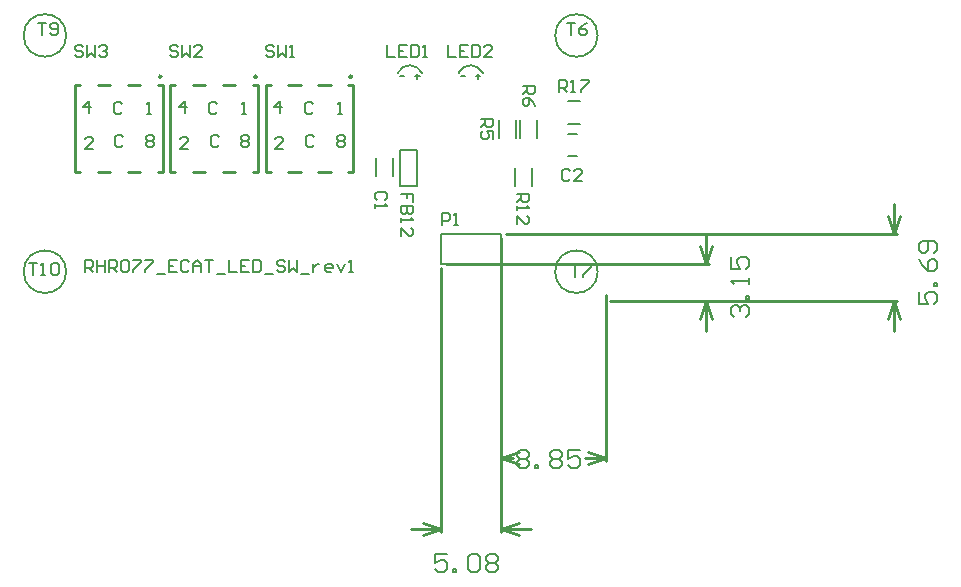
<source format=gto>
G04*
G04 #@! TF.GenerationSoftware,Altium Limited,Altium Designer,23.10.1 (27)*
G04*
G04 Layer_Color=65535*
%FSLAX25Y25*%
%MOIN*%
G70*
G04*
G04 #@! TF.SameCoordinates,D0F96BE9-EE4C-402D-8CE8-E6F0CD5897FE*
G04*
G04*
G04 #@! TF.FilePolarity,Positive*
G04*
G01*
G75*
%ADD10C,0.01000*%
%ADD11C,0.00598*%
%ADD12C,0.00500*%
%ADD13C,0.00787*%
%ADD14C,0.00600*%
D10*
X48674Y74823D02*
G03*
X48674Y74823I-394J0D01*
G01*
X112174D02*
G03*
X112174Y74823I-394J0D01*
G01*
X80424D02*
G03*
X80424Y74823I-394J0D01*
G01*
X19933Y42933D02*
X21621D01*
X19933D02*
Y72067D01*
X27378Y42933D02*
X31622D01*
X37378D02*
X41622D01*
X47379Y72067D02*
X49067D01*
Y42933D02*
Y72067D01*
X47379Y42933D02*
X49067D01*
X37378Y72067D02*
X41622D01*
X27378D02*
X31622D01*
X19933D02*
X21621D01*
X83433Y42933D02*
X85122D01*
X83433D02*
Y72067D01*
X90878Y42933D02*
X95122D01*
X100879D02*
X105122D01*
X110879Y72067D02*
X112567D01*
Y42933D02*
Y72067D01*
X110879Y42933D02*
X112567D01*
X100879Y72067D02*
X105122D01*
X90878D02*
X95122D01*
X83433D02*
X85122D01*
X51683Y42933D02*
X53372D01*
X51683D02*
Y72067D01*
X59128Y42933D02*
X63371D01*
X69129D02*
X73371D01*
X79128Y72067D02*
X80817D01*
Y42933D02*
Y72067D01*
X79128Y42933D02*
X80817D01*
X69129Y72067D02*
X73371D01*
X59128D02*
X63371D01*
X51683D02*
X53372D01*
X198350Y0D02*
X293900D01*
X163394Y22400D02*
X293900D01*
X292900D02*
Y32400D01*
Y-10000D02*
Y0D01*
Y22400D02*
X294900Y28400D01*
X290900D02*
X292900Y22400D01*
X290900Y-6000D02*
X292900Y0D01*
X294900Y-6000D01*
X162000Y-76900D02*
Y21006D01*
X142000Y-76900D02*
Y11006D01*
X132000Y-75900D02*
X142000D01*
X162000D02*
X172000D01*
X136000Y-73900D02*
X142000Y-75900D01*
X136000Y-77900D02*
X142000Y-75900D01*
X162000D02*
X168000Y-77900D01*
X162000Y-75900D02*
X168000Y-73900D01*
X198350Y0D02*
X231200D01*
X143394Y12400D02*
X231200D01*
X230200D02*
Y22400D01*
Y-10000D02*
Y0D01*
Y12400D02*
X232200Y18400D01*
X228200D02*
X230200Y12400D01*
X228200Y-6000D02*
X230200Y0D01*
X232200Y-6000D01*
X196850Y-53100D02*
Y2150D01*
X162000Y-53100D02*
Y11006D01*
X189922Y-52100D02*
X196850D01*
X162000D02*
X165729D01*
X190850Y-50100D02*
X196850Y-52100D01*
X190850Y-54100D02*
X196850Y-52100D01*
X162000D02*
X168000Y-54100D01*
X162000Y-52100D02*
X168000Y-50100D01*
D11*
X135498Y76143D02*
G03*
X127501Y76144I-3999J-1922D01*
G01*
X155748Y76143D02*
G03*
X147751Y76144I-3999J-1922D01*
G01*
X135498Y75946D02*
Y76143D01*
X127501Y75946D02*
Y76144D01*
X134019Y74211D02*
Y75707D01*
X133291Y74919D02*
X134748D01*
X128136Y74940D02*
X129592D01*
X148386D02*
X149842D01*
X153541Y74919D02*
X154998D01*
X154269Y74211D02*
Y75707D01*
X147751Y75946D02*
Y76144D01*
X155748Y75946D02*
Y76143D01*
D12*
X194095Y88583D02*
G03*
X194095Y88583I-7087J0D01*
G01*
X16929Y9843D02*
G03*
X16929Y9843I-7087J0D01*
G01*
Y88583D02*
G03*
X16929Y88583I-7087J0D01*
G01*
X194095Y9843D02*
G03*
X194095Y9843I-7087J0D01*
G01*
X128047Y38244D02*
X133953D01*
X128047D02*
Y50449D01*
X133953D01*
Y38244D02*
Y50449D01*
X22566Y84832D02*
X21899Y85499D01*
X20567D01*
X19900Y84832D01*
Y84166D01*
X20567Y83499D01*
X21899D01*
X22566Y82833D01*
Y82166D01*
X21899Y81500D01*
X20567D01*
X19900Y82166D01*
X23899Y85499D02*
Y81500D01*
X25232Y82833D01*
X26564Y81500D01*
Y85499D01*
X27897Y84832D02*
X28564Y85499D01*
X29897D01*
X30563Y84832D01*
Y84166D01*
X29897Y83499D01*
X29230D01*
X29897D01*
X30563Y82833D01*
Y82166D01*
X29897Y81500D01*
X28564D01*
X27897Y82166D01*
X43949Y62302D02*
X45282D01*
X44615D01*
Y66300D01*
X43949Y65634D01*
X35591D02*
X34924Y66300D01*
X33591D01*
X32925Y65634D01*
Y62968D01*
X33591Y62302D01*
X34924D01*
X35591Y62968D01*
X24688Y62696D02*
Y66694D01*
X22689Y64695D01*
X25355D01*
X35985Y54610D02*
X35318Y55276D01*
X33985D01*
X33319Y54610D01*
Y51944D01*
X33985Y51278D01*
X35318D01*
X35985Y51944D01*
X25749Y50885D02*
X23083D01*
X25749Y53550D01*
Y54217D01*
X25082Y54883D01*
X23749D01*
X23083Y54217D01*
X43555Y54610D02*
X44221Y55276D01*
X45554D01*
X46221Y54610D01*
Y53944D01*
X45554Y53277D01*
X46221Y52611D01*
Y51944D01*
X45554Y51278D01*
X44221D01*
X43555Y51944D01*
Y52611D01*
X44221Y53277D01*
X43555Y53944D01*
Y54610D01*
X44221Y53277D02*
X45554D01*
X181102Y69601D02*
Y73599D01*
X183101D01*
X183767Y72933D01*
Y71600D01*
X183101Y70934D01*
X181102D01*
X182434D02*
X183767Y69601D01*
X185100D02*
X186433D01*
X185767D01*
Y73599D01*
X185100Y72933D01*
X188433Y73599D02*
X191098D01*
Y72933D01*
X188433Y70267D01*
Y69601D01*
X123900Y85499D02*
Y81500D01*
X126566D01*
X130564Y85499D02*
X127899D01*
Y81500D01*
X130564D01*
X127899Y83499D02*
X129232D01*
X131897Y85499D02*
Y81500D01*
X133897D01*
X134563Y82166D01*
Y84832D01*
X133897Y85499D01*
X131897D01*
X135896Y81500D02*
X137229D01*
X136563D01*
Y85499D01*
X135896Y84832D01*
X142100Y25300D02*
Y29299D01*
X144099D01*
X144766Y28632D01*
Y27299D01*
X144099Y26633D01*
X142100D01*
X146099Y25300D02*
X147432D01*
X146765D01*
Y29299D01*
X146099Y28632D01*
X183900Y92599D02*
X186566D01*
X185233D01*
Y88600D01*
X190565Y92599D02*
X189232Y91932D01*
X187899Y90599D01*
Y89266D01*
X188565Y88600D01*
X189898D01*
X190565Y89266D01*
Y89933D01*
X189898Y90599D01*
X187899D01*
X132599Y33034D02*
Y35700D01*
X130599D01*
Y34367D01*
Y35700D01*
X128600D01*
X132599Y31701D02*
X128600D01*
Y29702D01*
X129267Y29035D01*
X129933D01*
X130599Y29702D01*
Y31701D01*
Y29702D01*
X131266Y29035D01*
X131932D01*
X132599Y29702D01*
Y31701D01*
X128600Y27703D02*
Y26370D01*
Y27036D01*
X132599D01*
X131932Y27703D01*
X128600Y21704D02*
Y24370D01*
X131266Y21704D01*
X131932D01*
X132599Y22371D01*
Y23704D01*
X131932Y24370D01*
X185034Y43433D02*
X184367Y44099D01*
X183034D01*
X182368Y43433D01*
Y40767D01*
X183034Y40101D01*
X184367D01*
X185034Y40767D01*
X189032Y40101D02*
X186366D01*
X189032Y42766D01*
Y43433D01*
X188366Y44099D01*
X187033D01*
X186366Y43433D01*
X123132Y33734D02*
X123799Y34401D01*
Y35734D01*
X123132Y36400D01*
X120466D01*
X119800Y35734D01*
Y34401D01*
X120466Y33734D01*
X119800Y32401D02*
Y31068D01*
Y31735D01*
X123799D01*
X123132Y32401D01*
X144200Y85499D02*
Y81500D01*
X146866D01*
X150865Y85499D02*
X148199D01*
Y81500D01*
X150865D01*
X148199Y83499D02*
X149532D01*
X152197Y85499D02*
Y81500D01*
X154197D01*
X154863Y82166D01*
Y84832D01*
X154197Y85499D01*
X152197D01*
X158862Y81500D02*
X156196D01*
X158862Y84166D01*
Y84832D01*
X158195Y85499D01*
X156863D01*
X156196Y84832D01*
X155300Y60800D02*
X159299D01*
Y58801D01*
X158632Y58134D01*
X157299D01*
X156633Y58801D01*
Y60800D01*
Y59467D02*
X155300Y58134D01*
X159299Y54136D02*
Y56801D01*
X157299D01*
X157966Y55468D01*
Y54802D01*
X157299Y54136D01*
X155966D01*
X155300Y54802D01*
Y56135D01*
X155966Y56801D01*
X169200Y71900D02*
X173199D01*
Y69901D01*
X172532Y69234D01*
X171199D01*
X170533Y69901D01*
Y71900D01*
Y70567D02*
X169200Y69234D01*
X173199Y65236D02*
X172532Y66568D01*
X171199Y67901D01*
X169867D01*
X169200Y67235D01*
Y65902D01*
X169867Y65236D01*
X170533D01*
X171199Y65902D01*
Y67901D01*
X167300Y35600D02*
X171299D01*
Y33601D01*
X170632Y32934D01*
X169299D01*
X168633Y33601D01*
Y35600D01*
Y34267D02*
X167300Y32934D01*
Y31601D02*
Y30268D01*
Y30935D01*
X171299D01*
X170632Y31601D01*
X167300Y25603D02*
Y28269D01*
X169966Y25603D01*
X170632D01*
X171299Y26270D01*
Y27603D01*
X170632Y28269D01*
X86066Y84832D02*
X85399Y85499D01*
X84066D01*
X83400Y84832D01*
Y84166D01*
X84066Y83499D01*
X85399D01*
X86066Y82833D01*
Y82166D01*
X85399Y81500D01*
X84066D01*
X83400Y82166D01*
X87399Y85499D02*
Y81500D01*
X88732Y82833D01*
X90065Y81500D01*
Y85499D01*
X91397Y81500D02*
X92730D01*
X92064D01*
Y85499D01*
X91397Y84832D01*
X107449Y62302D02*
X108782D01*
X108115D01*
Y66300D01*
X107449Y65634D01*
X99091D02*
X98424Y66300D01*
X97091D01*
X96425Y65634D01*
Y62968D01*
X97091Y62302D01*
X98424D01*
X99091Y62968D01*
X88188Y62696D02*
Y66694D01*
X86189Y64695D01*
X88855D01*
X99485Y54610D02*
X98818Y55276D01*
X97486D01*
X96819Y54610D01*
Y51944D01*
X97486Y51278D01*
X98818D01*
X99485Y51944D01*
X89249Y50885D02*
X86583D01*
X89249Y53550D01*
Y54217D01*
X88582Y54883D01*
X87249D01*
X86583Y54217D01*
X107055Y54610D02*
X107721Y55276D01*
X109054D01*
X109721Y54610D01*
Y53944D01*
X109054Y53277D01*
X109721Y52611D01*
Y51944D01*
X109054Y51278D01*
X107721D01*
X107055Y51944D01*
Y52611D01*
X107721Y53277D01*
X107055Y53944D01*
Y54610D01*
X107721Y53277D02*
X109054D01*
X54366Y84832D02*
X53699Y85499D01*
X52366D01*
X51700Y84832D01*
Y84166D01*
X52366Y83499D01*
X53699D01*
X54366Y82833D01*
Y82166D01*
X53699Y81500D01*
X52366D01*
X51700Y82166D01*
X55699Y85499D02*
Y81500D01*
X57032Y82833D01*
X58364Y81500D01*
Y85499D01*
X62363Y81500D02*
X59697D01*
X62363Y84166D01*
Y84832D01*
X61697Y85499D01*
X60364D01*
X59697Y84832D01*
X75699Y62302D02*
X77032D01*
X76365D01*
Y66300D01*
X75699Y65634D01*
X67341D02*
X66674Y66300D01*
X65341D01*
X64675Y65634D01*
Y62968D01*
X65341Y62302D01*
X66674D01*
X67341Y62968D01*
X56438Y62696D02*
Y66694D01*
X54439Y64695D01*
X57105D01*
X67735Y54610D02*
X67068Y55276D01*
X65736D01*
X65069Y54610D01*
Y51944D01*
X65736Y51278D01*
X67068D01*
X67735Y51944D01*
X57499Y50885D02*
X54833D01*
X57499Y53550D01*
Y54217D01*
X56832Y54883D01*
X55500D01*
X54833Y54217D01*
X75305Y54610D02*
X75972Y55276D01*
X77304D01*
X77971Y54610D01*
Y53944D01*
X77304Y53277D01*
X77971Y52611D01*
Y51944D01*
X77304Y51278D01*
X75972D01*
X75305Y51944D01*
Y52611D01*
X75972Y53277D01*
X75305Y53944D01*
Y54610D01*
X75972Y53277D02*
X77304D01*
X4400Y12899D02*
X7066D01*
X5733D01*
Y8900D01*
X8399D02*
X9732D01*
X9065D01*
Y12899D01*
X8399Y12232D01*
X11731D02*
X12397Y12899D01*
X13730D01*
X14397Y12232D01*
Y9567D01*
X13730Y8900D01*
X12397D01*
X11731Y9567D01*
Y12232D01*
X7600Y92799D02*
X10266D01*
X8933D01*
Y88800D01*
X11599Y89466D02*
X12265Y88800D01*
X13598D01*
X14265Y89466D01*
Y92132D01*
X13598Y92799D01*
X12265D01*
X11599Y92132D01*
Y91466D01*
X12265Y90799D01*
X14265D01*
X185300Y12099D02*
X187966D01*
X186633D01*
Y8100D01*
X189299Y12099D02*
X191964D01*
Y11432D01*
X189299Y8766D01*
Y8100D01*
X23200Y9667D02*
Y13665D01*
X25199D01*
X25866Y12999D01*
Y11666D01*
X25199Y10999D01*
X23200D01*
X24533D02*
X25866Y9667D01*
X27199Y13665D02*
Y9667D01*
Y11666D01*
X29864D01*
Y13665D01*
Y9667D01*
X31197D02*
Y13665D01*
X33197D01*
X33863Y12999D01*
Y11666D01*
X33197Y10999D01*
X31197D01*
X32530D02*
X33863Y9667D01*
X35196Y12999D02*
X35863Y13665D01*
X37196D01*
X37862Y12999D01*
Y10333D01*
X37196Y9667D01*
X35863D01*
X35196Y10333D01*
Y12999D01*
X39195Y13665D02*
X41861D01*
Y12999D01*
X39195Y10333D01*
Y9667D01*
X43194Y13665D02*
X45859D01*
Y12999D01*
X43194Y10333D01*
Y9667D01*
X47192Y9000D02*
X49858D01*
X53857Y13665D02*
X51191D01*
Y9667D01*
X53857D01*
X51191Y11666D02*
X52524D01*
X57855Y12999D02*
X57189Y13665D01*
X55856D01*
X55190Y12999D01*
Y10333D01*
X55856Y9667D01*
X57189D01*
X57855Y10333D01*
X59188Y9667D02*
Y12332D01*
X60521Y13665D01*
X61854Y12332D01*
Y9667D01*
Y11666D01*
X59188D01*
X63187Y13665D02*
X65853D01*
X64520D01*
Y9667D01*
X67186Y9000D02*
X69852D01*
X71184Y13665D02*
Y9667D01*
X73850D01*
X77849Y13665D02*
X75183D01*
Y9667D01*
X77849D01*
X75183Y11666D02*
X76516D01*
X79182Y13665D02*
Y9667D01*
X81181D01*
X81848Y10333D01*
Y12999D01*
X81181Y13665D01*
X79182D01*
X83181Y9000D02*
X85847D01*
X89845Y12999D02*
X89179Y13665D01*
X87846D01*
X87179Y12999D01*
Y12332D01*
X87846Y11666D01*
X89179D01*
X89845Y10999D01*
Y10333D01*
X89179Y9667D01*
X87846D01*
X87179Y10333D01*
X91178Y13665D02*
Y9667D01*
X92511Y10999D01*
X93844Y9667D01*
Y13665D01*
X95177Y9000D02*
X97843D01*
X99176Y12332D02*
Y9667D01*
Y10999D01*
X99842Y11666D01*
X100508Y12332D01*
X101175D01*
X105174Y9667D02*
X103841D01*
X103174Y10333D01*
Y11666D01*
X103841Y12332D01*
X105174D01*
X105840Y11666D01*
Y10999D01*
X103174D01*
X107173Y12332D02*
X108506Y9667D01*
X109839Y12332D01*
X111172Y9667D02*
X112504D01*
X111838D01*
Y13665D01*
X111172Y12999D01*
D13*
X184132Y59152D02*
X188068D01*
X184132Y66648D02*
X188068D01*
X162000Y12400D02*
Y22400D01*
X142000Y12400D02*
X162000D01*
X142000D02*
Y22400D01*
X162000D01*
X184225Y48358D02*
X187375D01*
X184225Y55642D02*
X187375D01*
X120246Y41847D02*
Y47753D01*
X125954Y41847D02*
Y47753D01*
X166954Y54447D02*
Y60353D01*
X161246Y54447D02*
Y60353D01*
X173954Y54446D02*
Y60351D01*
X168246Y54446D02*
Y60351D01*
X166446Y38547D02*
Y44453D01*
X172154Y38547D02*
Y44453D01*
D14*
X301298Y3102D02*
Y-897D01*
X304297D01*
X303297Y1103D01*
Y2102D01*
X304297Y3102D01*
X306296D01*
X307296Y2102D01*
Y103D01*
X306296Y-897D01*
X307296Y5101D02*
X306296D01*
Y6101D01*
X307296D01*
Y5101D01*
X301298Y14098D02*
X302298Y12099D01*
X304297Y10100D01*
X306296D01*
X307296Y11100D01*
Y13099D01*
X306296Y14098D01*
X305297D01*
X304297Y13099D01*
Y10100D01*
X306296Y16098D02*
X307296Y17098D01*
Y19097D01*
X306296Y20097D01*
X302298D01*
X301298Y19097D01*
Y17098D01*
X302298Y16098D01*
X303297D01*
X304297Y17098D01*
Y20097D01*
X143902Y-84298D02*
X139903D01*
Y-87297D01*
X141903Y-86297D01*
X142902D01*
X143902Y-87297D01*
Y-89296D01*
X142902Y-90296D01*
X140903D01*
X139903Y-89296D01*
X145901Y-90296D02*
Y-89296D01*
X146901D01*
Y-90296D01*
X145901D01*
X150900Y-85298D02*
X151900Y-84298D01*
X153899D01*
X154899Y-85298D01*
Y-89296D01*
X153899Y-90296D01*
X151900D01*
X150900Y-89296D01*
Y-85298D01*
X156898D02*
X157898Y-84298D01*
X159897D01*
X160897Y-85298D01*
Y-86297D01*
X159897Y-87297D01*
X160897Y-88297D01*
Y-89296D01*
X159897Y-90296D01*
X157898D01*
X156898Y-89296D01*
Y-88297D01*
X157898Y-87297D01*
X156898Y-86297D01*
Y-85298D01*
X157898Y-87297D02*
X159897D01*
X239598Y-5397D02*
X238598Y-4397D01*
Y-2398D01*
X239598Y-1398D01*
X240597D01*
X241597Y-2398D01*
Y-3397D01*
Y-2398D01*
X242597Y-1398D01*
X243596D01*
X244596Y-2398D01*
Y-4397D01*
X243596Y-5397D01*
X244596Y601D02*
X243596D01*
Y1601D01*
X244596D01*
Y601D01*
Y5600D02*
Y7599D01*
Y6599D01*
X238598D01*
X239598Y5600D01*
X238598Y14597D02*
Y10598D01*
X241597D01*
X240597Y12597D01*
Y13597D01*
X241597Y14597D01*
X243596D01*
X244596Y13597D01*
Y11598D01*
X243596Y10598D01*
X167329Y-50701D02*
X168328Y-49701D01*
X170328D01*
X171327Y-50701D01*
Y-51700D01*
X170328Y-52700D01*
X171327Y-53700D01*
Y-54699D01*
X170328Y-55699D01*
X168328D01*
X167329Y-54699D01*
Y-53700D01*
X168328Y-52700D01*
X167329Y-51700D01*
Y-50701D01*
X168328Y-52700D02*
X170328D01*
X173327Y-55699D02*
Y-54699D01*
X174326D01*
Y-55699D01*
X173327D01*
X178325Y-50701D02*
X179325Y-49701D01*
X181324D01*
X182324Y-50701D01*
Y-51700D01*
X181324Y-52700D01*
X182324Y-53700D01*
Y-54699D01*
X181324Y-55699D01*
X179325D01*
X178325Y-54699D01*
Y-53700D01*
X179325Y-52700D01*
X178325Y-51700D01*
Y-50701D01*
X179325Y-52700D02*
X181324D01*
X188322Y-49701D02*
X184323D01*
Y-52700D01*
X186322Y-51700D01*
X187322D01*
X188322Y-52700D01*
Y-54699D01*
X187322Y-55699D01*
X185323D01*
X184323Y-54699D01*
M02*

</source>
